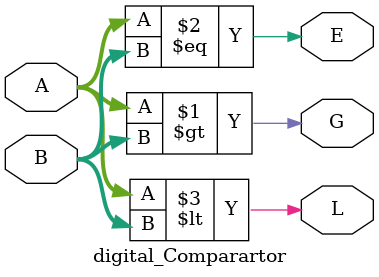
<source format=v>
`timescale 1ns/1ps

module digital_Comparartor(
  A,
  B,
  E,
  G,
  L
);

  input [1:0]A,B;
  output E,G,L;

  assign G = (A>B);
  assign E = (A==B);
  assign L = (A<B);

endmodule
</source>
